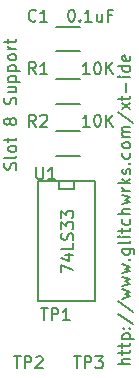
<source format=gbr>
G04 #@! TF.FileFunction,Legend,Top*
%FSLAX46Y46*%
G04 Gerber Fmt 4.6, Leading zero omitted, Abs format (unit mm)*
G04 Created by KiCad (PCBNEW 4.0.0-stable) date Wed 14 Sep 2016 03:31:36 PM EDT*
%MOMM*%
G01*
G04 APERTURE LIST*
%ADD10C,0.100000*%
%ADD11C,0.177800*%
%ADD12C,0.150000*%
G04 APERTURE END LIST*
D10*
D11*
X121315238Y-106329236D02*
X121363619Y-106184093D01*
X121363619Y-105942189D01*
X121315238Y-105845427D01*
X121266857Y-105797046D01*
X121170095Y-105748665D01*
X121073333Y-105748665D01*
X120976571Y-105797046D01*
X120928190Y-105845427D01*
X120879810Y-105942189D01*
X120831429Y-106135712D01*
X120783048Y-106232474D01*
X120734667Y-106280855D01*
X120637905Y-106329236D01*
X120541143Y-106329236D01*
X120444381Y-106280855D01*
X120396000Y-106232474D01*
X120347619Y-106135712D01*
X120347619Y-105893808D01*
X120396000Y-105748665D01*
X121363619Y-105168093D02*
X121315238Y-105264855D01*
X121218476Y-105313236D01*
X120347619Y-105313236D01*
X121363619Y-104635903D02*
X121315238Y-104732665D01*
X121266857Y-104781046D01*
X121170095Y-104829427D01*
X120879810Y-104829427D01*
X120783048Y-104781046D01*
X120734667Y-104732665D01*
X120686286Y-104635903D01*
X120686286Y-104490761D01*
X120734667Y-104393999D01*
X120783048Y-104345618D01*
X120879810Y-104297237D01*
X121170095Y-104297237D01*
X121266857Y-104345618D01*
X121315238Y-104393999D01*
X121363619Y-104490761D01*
X121363619Y-104635903D01*
X120686286Y-104006951D02*
X120686286Y-103619903D01*
X120347619Y-103861808D02*
X121218476Y-103861808D01*
X121315238Y-103813427D01*
X121363619Y-103716665D01*
X121363619Y-103619903D01*
X120783048Y-102361999D02*
X120734667Y-102458761D01*
X120686286Y-102507142D01*
X120589524Y-102555523D01*
X120541143Y-102555523D01*
X120444381Y-102507142D01*
X120396000Y-102458761D01*
X120347619Y-102361999D01*
X120347619Y-102168476D01*
X120396000Y-102071714D01*
X120444381Y-102023333D01*
X120541143Y-101974952D01*
X120589524Y-101974952D01*
X120686286Y-102023333D01*
X120734667Y-102071714D01*
X120783048Y-102168476D01*
X120783048Y-102361999D01*
X120831429Y-102458761D01*
X120879810Y-102507142D01*
X120976571Y-102555523D01*
X121170095Y-102555523D01*
X121266857Y-102507142D01*
X121315238Y-102458761D01*
X121363619Y-102361999D01*
X121363619Y-102168476D01*
X121315238Y-102071714D01*
X121266857Y-102023333D01*
X121170095Y-101974952D01*
X120976571Y-101974952D01*
X120879810Y-102023333D01*
X120831429Y-102071714D01*
X120783048Y-102168476D01*
X121315238Y-100813809D02*
X121363619Y-100668666D01*
X121363619Y-100426762D01*
X121315238Y-100330000D01*
X121266857Y-100281619D01*
X121170095Y-100233238D01*
X121073333Y-100233238D01*
X120976571Y-100281619D01*
X120928190Y-100330000D01*
X120879810Y-100426762D01*
X120831429Y-100620285D01*
X120783048Y-100717047D01*
X120734667Y-100765428D01*
X120637905Y-100813809D01*
X120541143Y-100813809D01*
X120444381Y-100765428D01*
X120396000Y-100717047D01*
X120347619Y-100620285D01*
X120347619Y-100378381D01*
X120396000Y-100233238D01*
X120686286Y-99362381D02*
X121363619Y-99362381D01*
X120686286Y-99797809D02*
X121218476Y-99797809D01*
X121315238Y-99749428D01*
X121363619Y-99652666D01*
X121363619Y-99507524D01*
X121315238Y-99410762D01*
X121266857Y-99362381D01*
X120686286Y-98878571D02*
X121702286Y-98878571D01*
X120734667Y-98878571D02*
X120686286Y-98781809D01*
X120686286Y-98588286D01*
X120734667Y-98491524D01*
X120783048Y-98443143D01*
X120879810Y-98394762D01*
X121170095Y-98394762D01*
X121266857Y-98443143D01*
X121315238Y-98491524D01*
X121363619Y-98588286D01*
X121363619Y-98781809D01*
X121315238Y-98878571D01*
X120686286Y-97959333D02*
X121702286Y-97959333D01*
X120734667Y-97959333D02*
X120686286Y-97862571D01*
X120686286Y-97669048D01*
X120734667Y-97572286D01*
X120783048Y-97523905D01*
X120879810Y-97475524D01*
X121170095Y-97475524D01*
X121266857Y-97523905D01*
X121315238Y-97572286D01*
X121363619Y-97669048D01*
X121363619Y-97862571D01*
X121315238Y-97959333D01*
X121363619Y-96894952D02*
X121315238Y-96991714D01*
X121266857Y-97040095D01*
X121170095Y-97088476D01*
X120879810Y-97088476D01*
X120783048Y-97040095D01*
X120734667Y-96991714D01*
X120686286Y-96894952D01*
X120686286Y-96749810D01*
X120734667Y-96653048D01*
X120783048Y-96604667D01*
X120879810Y-96556286D01*
X121170095Y-96556286D01*
X121266857Y-96604667D01*
X121315238Y-96653048D01*
X121363619Y-96749810D01*
X121363619Y-96894952D01*
X121363619Y-96120857D02*
X120686286Y-96120857D01*
X120879810Y-96120857D02*
X120783048Y-96072476D01*
X120734667Y-96024095D01*
X120686286Y-95927333D01*
X120686286Y-95830572D01*
X120686286Y-95637048D02*
X120686286Y-95250000D01*
X120347619Y-95491905D02*
X121218476Y-95491905D01*
X121315238Y-95443524D01*
X121363619Y-95346762D01*
X121363619Y-95250000D01*
X131015619Y-122766666D02*
X129999619Y-122766666D01*
X131015619Y-122331238D02*
X130483429Y-122331238D01*
X130386667Y-122379619D01*
X130338286Y-122476381D01*
X130338286Y-122621523D01*
X130386667Y-122718285D01*
X130435048Y-122766666D01*
X130338286Y-121992571D02*
X130338286Y-121605523D01*
X129999619Y-121847428D02*
X130870476Y-121847428D01*
X130967238Y-121799047D01*
X131015619Y-121702285D01*
X131015619Y-121605523D01*
X130338286Y-121412000D02*
X130338286Y-121024952D01*
X129999619Y-121266857D02*
X130870476Y-121266857D01*
X130967238Y-121218476D01*
X131015619Y-121121714D01*
X131015619Y-121024952D01*
X130338286Y-120686286D02*
X131354286Y-120686286D01*
X130386667Y-120686286D02*
X130338286Y-120589524D01*
X130338286Y-120396001D01*
X130386667Y-120299239D01*
X130435048Y-120250858D01*
X130531810Y-120202477D01*
X130822095Y-120202477D01*
X130918857Y-120250858D01*
X130967238Y-120299239D01*
X131015619Y-120396001D01*
X131015619Y-120589524D01*
X130967238Y-120686286D01*
X130918857Y-119767048D02*
X130967238Y-119718667D01*
X131015619Y-119767048D01*
X130967238Y-119815429D01*
X130918857Y-119767048D01*
X131015619Y-119767048D01*
X130386667Y-119767048D02*
X130435048Y-119718667D01*
X130483429Y-119767048D01*
X130435048Y-119815429D01*
X130386667Y-119767048D01*
X130483429Y-119767048D01*
X129951238Y-118557524D02*
X131257524Y-119428381D01*
X129951238Y-117493143D02*
X131257524Y-118364000D01*
X130338286Y-117251238D02*
X131015619Y-117057714D01*
X130531810Y-116864191D01*
X131015619Y-116670667D01*
X130338286Y-116477143D01*
X130338286Y-116186857D02*
X131015619Y-115993333D01*
X130531810Y-115799810D01*
X131015619Y-115606286D01*
X130338286Y-115412762D01*
X130338286Y-115122476D02*
X131015619Y-114928952D01*
X130531810Y-114735429D01*
X131015619Y-114541905D01*
X130338286Y-114348381D01*
X130918857Y-113961333D02*
X130967238Y-113912952D01*
X131015619Y-113961333D01*
X130967238Y-114009714D01*
X130918857Y-113961333D01*
X131015619Y-113961333D01*
X130338286Y-113042095D02*
X131160762Y-113042095D01*
X131257524Y-113090476D01*
X131305905Y-113138857D01*
X131354286Y-113235618D01*
X131354286Y-113380761D01*
X131305905Y-113477523D01*
X130967238Y-113042095D02*
X131015619Y-113138857D01*
X131015619Y-113332380D01*
X130967238Y-113429142D01*
X130918857Y-113477523D01*
X130822095Y-113525904D01*
X130531810Y-113525904D01*
X130435048Y-113477523D01*
X130386667Y-113429142D01*
X130338286Y-113332380D01*
X130338286Y-113138857D01*
X130386667Y-113042095D01*
X131015619Y-112413142D02*
X130967238Y-112509904D01*
X130870476Y-112558285D01*
X129999619Y-112558285D01*
X131015619Y-112026095D02*
X130338286Y-112026095D01*
X129999619Y-112026095D02*
X130048000Y-112074476D01*
X130096381Y-112026095D01*
X130048000Y-111977714D01*
X129999619Y-112026095D01*
X130096381Y-112026095D01*
X130338286Y-111687428D02*
X130338286Y-111300380D01*
X129999619Y-111542285D02*
X130870476Y-111542285D01*
X130967238Y-111493904D01*
X131015619Y-111397142D01*
X131015619Y-111300380D01*
X130967238Y-110526286D02*
X131015619Y-110623048D01*
X131015619Y-110816571D01*
X130967238Y-110913333D01*
X130918857Y-110961714D01*
X130822095Y-111010095D01*
X130531810Y-111010095D01*
X130435048Y-110961714D01*
X130386667Y-110913333D01*
X130338286Y-110816571D01*
X130338286Y-110623048D01*
X130386667Y-110526286D01*
X131015619Y-110090857D02*
X129999619Y-110090857D01*
X131015619Y-109655429D02*
X130483429Y-109655429D01*
X130386667Y-109703810D01*
X130338286Y-109800572D01*
X130338286Y-109945714D01*
X130386667Y-110042476D01*
X130435048Y-110090857D01*
X130338286Y-109268381D02*
X131015619Y-109074857D01*
X130531810Y-108881334D01*
X131015619Y-108687810D01*
X130338286Y-108494286D01*
X131015619Y-108107238D02*
X130338286Y-108107238D01*
X130531810Y-108107238D02*
X130435048Y-108058857D01*
X130386667Y-108010476D01*
X130338286Y-107913714D01*
X130338286Y-107816953D01*
X131015619Y-107478286D02*
X129999619Y-107478286D01*
X130628571Y-107381524D02*
X131015619Y-107091239D01*
X130338286Y-107091239D02*
X130725333Y-107478286D01*
X130967238Y-106704191D02*
X131015619Y-106607429D01*
X131015619Y-106413905D01*
X130967238Y-106317144D01*
X130870476Y-106268763D01*
X130822095Y-106268763D01*
X130725333Y-106317144D01*
X130676952Y-106413905D01*
X130676952Y-106559048D01*
X130628571Y-106655810D01*
X130531810Y-106704191D01*
X130483429Y-106704191D01*
X130386667Y-106655810D01*
X130338286Y-106559048D01*
X130338286Y-106413905D01*
X130386667Y-106317144D01*
X130918857Y-105833334D02*
X130967238Y-105784953D01*
X131015619Y-105833334D01*
X130967238Y-105881715D01*
X130918857Y-105833334D01*
X131015619Y-105833334D01*
X130967238Y-104914096D02*
X131015619Y-105010858D01*
X131015619Y-105204381D01*
X130967238Y-105301143D01*
X130918857Y-105349524D01*
X130822095Y-105397905D01*
X130531810Y-105397905D01*
X130435048Y-105349524D01*
X130386667Y-105301143D01*
X130338286Y-105204381D01*
X130338286Y-105010858D01*
X130386667Y-104914096D01*
X131015619Y-104333524D02*
X130967238Y-104430286D01*
X130918857Y-104478667D01*
X130822095Y-104527048D01*
X130531810Y-104527048D01*
X130435048Y-104478667D01*
X130386667Y-104430286D01*
X130338286Y-104333524D01*
X130338286Y-104188382D01*
X130386667Y-104091620D01*
X130435048Y-104043239D01*
X130531810Y-103994858D01*
X130822095Y-103994858D01*
X130918857Y-104043239D01*
X130967238Y-104091620D01*
X131015619Y-104188382D01*
X131015619Y-104333524D01*
X131015619Y-103559429D02*
X130338286Y-103559429D01*
X130435048Y-103559429D02*
X130386667Y-103511048D01*
X130338286Y-103414286D01*
X130338286Y-103269144D01*
X130386667Y-103172382D01*
X130483429Y-103124001D01*
X131015619Y-103124001D01*
X130483429Y-103124001D02*
X130386667Y-103075620D01*
X130338286Y-102978858D01*
X130338286Y-102833715D01*
X130386667Y-102736953D01*
X130483429Y-102688572D01*
X131015619Y-102688572D01*
X129951238Y-101479048D02*
X131257524Y-102349905D01*
X131015619Y-101237143D02*
X130338286Y-100704953D01*
X130338286Y-101237143D02*
X131015619Y-100704953D01*
X130338286Y-100463048D02*
X130338286Y-100076000D01*
X129999619Y-100317905D02*
X130870476Y-100317905D01*
X130967238Y-100269524D01*
X131015619Y-100172762D01*
X131015619Y-100076000D01*
X130628571Y-99737334D02*
X130628571Y-98963239D01*
X131015619Y-98479429D02*
X130338286Y-98479429D01*
X129999619Y-98479429D02*
X130048000Y-98527810D01*
X130096381Y-98479429D01*
X130048000Y-98431048D01*
X129999619Y-98479429D01*
X130096381Y-98479429D01*
X131015619Y-97560191D02*
X129999619Y-97560191D01*
X130967238Y-97560191D02*
X131015619Y-97656953D01*
X131015619Y-97850476D01*
X130967238Y-97947238D01*
X130918857Y-97995619D01*
X130822095Y-98044000D01*
X130531810Y-98044000D01*
X130435048Y-97995619D01*
X130386667Y-97947238D01*
X130338286Y-97850476D01*
X130338286Y-97656953D01*
X130386667Y-97560191D01*
X130967238Y-96689334D02*
X131015619Y-96786096D01*
X131015619Y-96979619D01*
X130967238Y-97076381D01*
X130870476Y-97124762D01*
X130483429Y-97124762D01*
X130386667Y-97076381D01*
X130338286Y-96979619D01*
X130338286Y-96786096D01*
X130386667Y-96689334D01*
X130483429Y-96640953D01*
X130580190Y-96640953D01*
X130676952Y-97124762D01*
D12*
X126730000Y-94225000D02*
X124730000Y-94225000D01*
X124730000Y-96275000D02*
X126730000Y-96275000D01*
X124730000Y-98620000D02*
X126730000Y-98620000D01*
X126730000Y-100770000D02*
X124730000Y-100770000D01*
X124730000Y-103065000D02*
X126730000Y-103065000D01*
X126730000Y-105215000D02*
X124730000Y-105215000D01*
X128016000Y-117475000D02*
X123190000Y-117475000D01*
X123190000Y-117475000D02*
X123190000Y-107315000D01*
X123190000Y-107315000D02*
X128016000Y-107315000D01*
X128016000Y-107315000D02*
X128016000Y-117475000D01*
X126238000Y-107315000D02*
X126238000Y-107950000D01*
X126238000Y-107950000D02*
X124968000Y-107950000D01*
X124968000Y-107950000D02*
X124968000Y-107315000D01*
X123023334Y-93702143D02*
X122975715Y-93749762D01*
X122832858Y-93797381D01*
X122737620Y-93797381D01*
X122594762Y-93749762D01*
X122499524Y-93654524D01*
X122451905Y-93559286D01*
X122404286Y-93368810D01*
X122404286Y-93225952D01*
X122451905Y-93035476D01*
X122499524Y-92940238D01*
X122594762Y-92845000D01*
X122737620Y-92797381D01*
X122832858Y-92797381D01*
X122975715Y-92845000D01*
X123023334Y-92892619D01*
X123975715Y-93797381D02*
X123404286Y-93797381D01*
X123690000Y-93797381D02*
X123690000Y-92797381D01*
X123594762Y-92940238D01*
X123499524Y-93035476D01*
X123404286Y-93083095D01*
X125992143Y-92797381D02*
X126087382Y-92797381D01*
X126182620Y-92845000D01*
X126230239Y-92892619D01*
X126277858Y-92987857D01*
X126325477Y-93178333D01*
X126325477Y-93416429D01*
X126277858Y-93606905D01*
X126230239Y-93702143D01*
X126182620Y-93749762D01*
X126087382Y-93797381D01*
X125992143Y-93797381D01*
X125896905Y-93749762D01*
X125849286Y-93702143D01*
X125801667Y-93606905D01*
X125754048Y-93416429D01*
X125754048Y-93178333D01*
X125801667Y-92987857D01*
X125849286Y-92892619D01*
X125896905Y-92845000D01*
X125992143Y-92797381D01*
X126754048Y-93702143D02*
X126801667Y-93749762D01*
X126754048Y-93797381D01*
X126706429Y-93749762D01*
X126754048Y-93702143D01*
X126754048Y-93797381D01*
X127754048Y-93797381D02*
X127182619Y-93797381D01*
X127468333Y-93797381D02*
X127468333Y-92797381D01*
X127373095Y-92940238D01*
X127277857Y-93035476D01*
X127182619Y-93083095D01*
X128611191Y-93130714D02*
X128611191Y-93797381D01*
X128182619Y-93130714D02*
X128182619Y-93654524D01*
X128230238Y-93749762D01*
X128325476Y-93797381D01*
X128468334Y-93797381D01*
X128563572Y-93749762D01*
X128611191Y-93702143D01*
X129420715Y-93273571D02*
X129087381Y-93273571D01*
X129087381Y-93797381D02*
X129087381Y-92797381D01*
X129563572Y-92797381D01*
X123023334Y-98242381D02*
X122690000Y-97766190D01*
X122451905Y-98242381D02*
X122451905Y-97242381D01*
X122832858Y-97242381D01*
X122928096Y-97290000D01*
X122975715Y-97337619D01*
X123023334Y-97432857D01*
X123023334Y-97575714D01*
X122975715Y-97670952D01*
X122928096Y-97718571D01*
X122832858Y-97766190D01*
X122451905Y-97766190D01*
X123975715Y-98242381D02*
X123404286Y-98242381D01*
X123690000Y-98242381D02*
X123690000Y-97242381D01*
X123594762Y-97385238D01*
X123499524Y-97480476D01*
X123404286Y-97528095D01*
X127579524Y-98242381D02*
X127008095Y-98242381D01*
X127293809Y-98242381D02*
X127293809Y-97242381D01*
X127198571Y-97385238D01*
X127103333Y-97480476D01*
X127008095Y-97528095D01*
X128198571Y-97242381D02*
X128293810Y-97242381D01*
X128389048Y-97290000D01*
X128436667Y-97337619D01*
X128484286Y-97432857D01*
X128531905Y-97623333D01*
X128531905Y-97861429D01*
X128484286Y-98051905D01*
X128436667Y-98147143D01*
X128389048Y-98194762D01*
X128293810Y-98242381D01*
X128198571Y-98242381D01*
X128103333Y-98194762D01*
X128055714Y-98147143D01*
X128008095Y-98051905D01*
X127960476Y-97861429D01*
X127960476Y-97623333D01*
X128008095Y-97432857D01*
X128055714Y-97337619D01*
X128103333Y-97290000D01*
X128198571Y-97242381D01*
X128960476Y-98242381D02*
X128960476Y-97242381D01*
X129531905Y-98242381D02*
X129103333Y-97670952D01*
X129531905Y-97242381D02*
X128960476Y-97813810D01*
X123023334Y-102687381D02*
X122690000Y-102211190D01*
X122451905Y-102687381D02*
X122451905Y-101687381D01*
X122832858Y-101687381D01*
X122928096Y-101735000D01*
X122975715Y-101782619D01*
X123023334Y-101877857D01*
X123023334Y-102020714D01*
X122975715Y-102115952D01*
X122928096Y-102163571D01*
X122832858Y-102211190D01*
X122451905Y-102211190D01*
X123404286Y-101782619D02*
X123451905Y-101735000D01*
X123547143Y-101687381D01*
X123785239Y-101687381D01*
X123880477Y-101735000D01*
X123928096Y-101782619D01*
X123975715Y-101877857D01*
X123975715Y-101973095D01*
X123928096Y-102115952D01*
X123356667Y-102687381D01*
X123975715Y-102687381D01*
X127579524Y-102687381D02*
X127008095Y-102687381D01*
X127293809Y-102687381D02*
X127293809Y-101687381D01*
X127198571Y-101830238D01*
X127103333Y-101925476D01*
X127008095Y-101973095D01*
X128198571Y-101687381D02*
X128293810Y-101687381D01*
X128389048Y-101735000D01*
X128436667Y-101782619D01*
X128484286Y-101877857D01*
X128531905Y-102068333D01*
X128531905Y-102306429D01*
X128484286Y-102496905D01*
X128436667Y-102592143D01*
X128389048Y-102639762D01*
X128293810Y-102687381D01*
X128198571Y-102687381D01*
X128103333Y-102639762D01*
X128055714Y-102592143D01*
X128008095Y-102496905D01*
X127960476Y-102306429D01*
X127960476Y-102068333D01*
X128008095Y-101877857D01*
X128055714Y-101782619D01*
X128103333Y-101735000D01*
X128198571Y-101687381D01*
X128960476Y-102687381D02*
X128960476Y-101687381D01*
X129531905Y-102687381D02*
X129103333Y-102115952D01*
X129531905Y-101687381D02*
X128960476Y-102258810D01*
X123063095Y-106132381D02*
X123063095Y-106941905D01*
X123110714Y-107037143D01*
X123158333Y-107084762D01*
X123253571Y-107132381D01*
X123444048Y-107132381D01*
X123539286Y-107084762D01*
X123586905Y-107037143D01*
X123634524Y-106941905D01*
X123634524Y-106132381D01*
X124634524Y-107132381D02*
X124063095Y-107132381D01*
X124348809Y-107132381D02*
X124348809Y-106132381D01*
X124253571Y-106275238D01*
X124158333Y-106370476D01*
X124063095Y-106418095D01*
X125182381Y-115037857D02*
X125182381Y-114371190D01*
X126182381Y-114799762D01*
X125515714Y-113561666D02*
X126182381Y-113561666D01*
X125134762Y-113799762D02*
X125849048Y-114037857D01*
X125849048Y-113418809D01*
X126182381Y-112561666D02*
X126182381Y-113037857D01*
X125182381Y-113037857D01*
X126134762Y-112275952D02*
X126182381Y-112133095D01*
X126182381Y-111894999D01*
X126134762Y-111799761D01*
X126087143Y-111752142D01*
X125991905Y-111704523D01*
X125896667Y-111704523D01*
X125801429Y-111752142D01*
X125753810Y-111799761D01*
X125706190Y-111894999D01*
X125658571Y-112085476D01*
X125610952Y-112180714D01*
X125563333Y-112228333D01*
X125468095Y-112275952D01*
X125372857Y-112275952D01*
X125277619Y-112228333D01*
X125230000Y-112180714D01*
X125182381Y-112085476D01*
X125182381Y-111847380D01*
X125230000Y-111704523D01*
X125182381Y-111371190D02*
X125182381Y-110752142D01*
X125563333Y-111085476D01*
X125563333Y-110942618D01*
X125610952Y-110847380D01*
X125658571Y-110799761D01*
X125753810Y-110752142D01*
X125991905Y-110752142D01*
X126087143Y-110799761D01*
X126134762Y-110847380D01*
X126182381Y-110942618D01*
X126182381Y-111228333D01*
X126134762Y-111323571D01*
X126087143Y-111371190D01*
X125182381Y-110418809D02*
X125182381Y-109799761D01*
X125563333Y-110133095D01*
X125563333Y-109990237D01*
X125610952Y-109894999D01*
X125658571Y-109847380D01*
X125753810Y-109799761D01*
X125991905Y-109799761D01*
X126087143Y-109847380D01*
X126134762Y-109894999D01*
X126182381Y-109990237D01*
X126182381Y-110275952D01*
X126134762Y-110371190D01*
X126087143Y-110418809D01*
X123452095Y-118070381D02*
X124023524Y-118070381D01*
X123737809Y-119070381D02*
X123737809Y-118070381D01*
X124356857Y-119070381D02*
X124356857Y-118070381D01*
X124737810Y-118070381D01*
X124833048Y-118118000D01*
X124880667Y-118165619D01*
X124928286Y-118260857D01*
X124928286Y-118403714D01*
X124880667Y-118498952D01*
X124833048Y-118546571D01*
X124737810Y-118594190D01*
X124356857Y-118594190D01*
X125880667Y-119070381D02*
X125309238Y-119070381D01*
X125594952Y-119070381D02*
X125594952Y-118070381D01*
X125499714Y-118213238D01*
X125404476Y-118308476D01*
X125309238Y-118356095D01*
X121166095Y-122134381D02*
X121737524Y-122134381D01*
X121451809Y-123134381D02*
X121451809Y-122134381D01*
X122070857Y-123134381D02*
X122070857Y-122134381D01*
X122451810Y-122134381D01*
X122547048Y-122182000D01*
X122594667Y-122229619D01*
X122642286Y-122324857D01*
X122642286Y-122467714D01*
X122594667Y-122562952D01*
X122547048Y-122610571D01*
X122451810Y-122658190D01*
X122070857Y-122658190D01*
X123023238Y-122229619D02*
X123070857Y-122182000D01*
X123166095Y-122134381D01*
X123404191Y-122134381D01*
X123499429Y-122182000D01*
X123547048Y-122229619D01*
X123594667Y-122324857D01*
X123594667Y-122420095D01*
X123547048Y-122562952D01*
X122975619Y-123134381D01*
X123594667Y-123134381D01*
X126246095Y-122134381D02*
X126817524Y-122134381D01*
X126531809Y-123134381D02*
X126531809Y-122134381D01*
X127150857Y-123134381D02*
X127150857Y-122134381D01*
X127531810Y-122134381D01*
X127627048Y-122182000D01*
X127674667Y-122229619D01*
X127722286Y-122324857D01*
X127722286Y-122467714D01*
X127674667Y-122562952D01*
X127627048Y-122610571D01*
X127531810Y-122658190D01*
X127150857Y-122658190D01*
X128055619Y-122134381D02*
X128674667Y-122134381D01*
X128341333Y-122515333D01*
X128484191Y-122515333D01*
X128579429Y-122562952D01*
X128627048Y-122610571D01*
X128674667Y-122705810D01*
X128674667Y-122943905D01*
X128627048Y-123039143D01*
X128579429Y-123086762D01*
X128484191Y-123134381D01*
X128198476Y-123134381D01*
X128103238Y-123086762D01*
X128055619Y-123039143D01*
M02*

</source>
